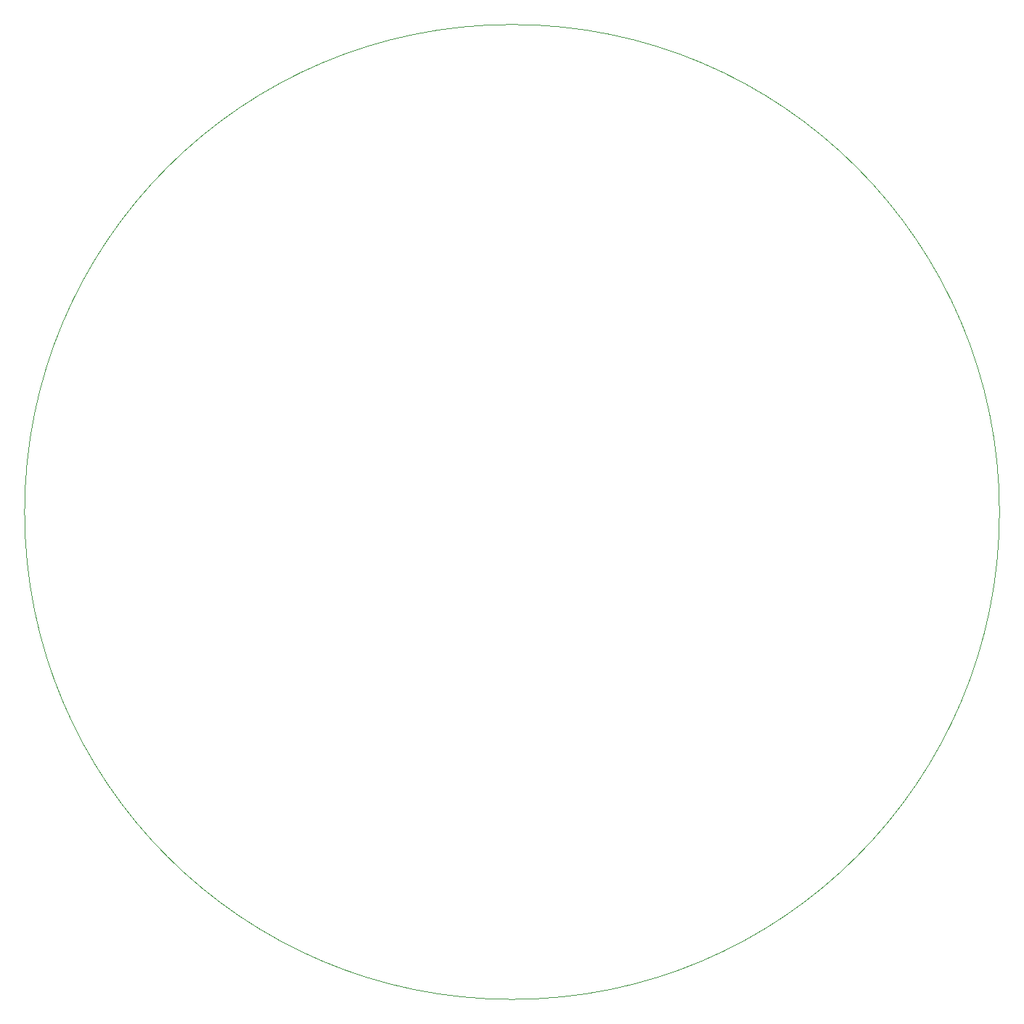
<source format=gbr>
%TF.GenerationSoftware,KiCad,Pcbnew,(5.1.10)-1*%
%TF.CreationDate,2021-06-20T22:07:01+02:00*%
%TF.ProjectId,clock_board_post_pi,636c6f63-6b5f-4626-9f61-72645f706f73,rev?*%
%TF.SameCoordinates,Original*%
%TF.FileFunction,Profile,NP*%
%FSLAX46Y46*%
G04 Gerber Fmt 4.6, Leading zero omitted, Abs format (unit mm)*
G04 Created by KiCad (PCBNEW (5.1.10)-1) date 2021-06-20 22:07:01*
%MOMM*%
%LPD*%
G01*
G04 APERTURE LIST*
%TA.AperFunction,Profile*%
%ADD10C,0.050000*%
%TD*%
G04 APERTURE END LIST*
D10*
X218157077Y-105410000D02*
G75*
G03*
X218157077Y-105410000I-56867077J0D01*
G01*
M02*

</source>
